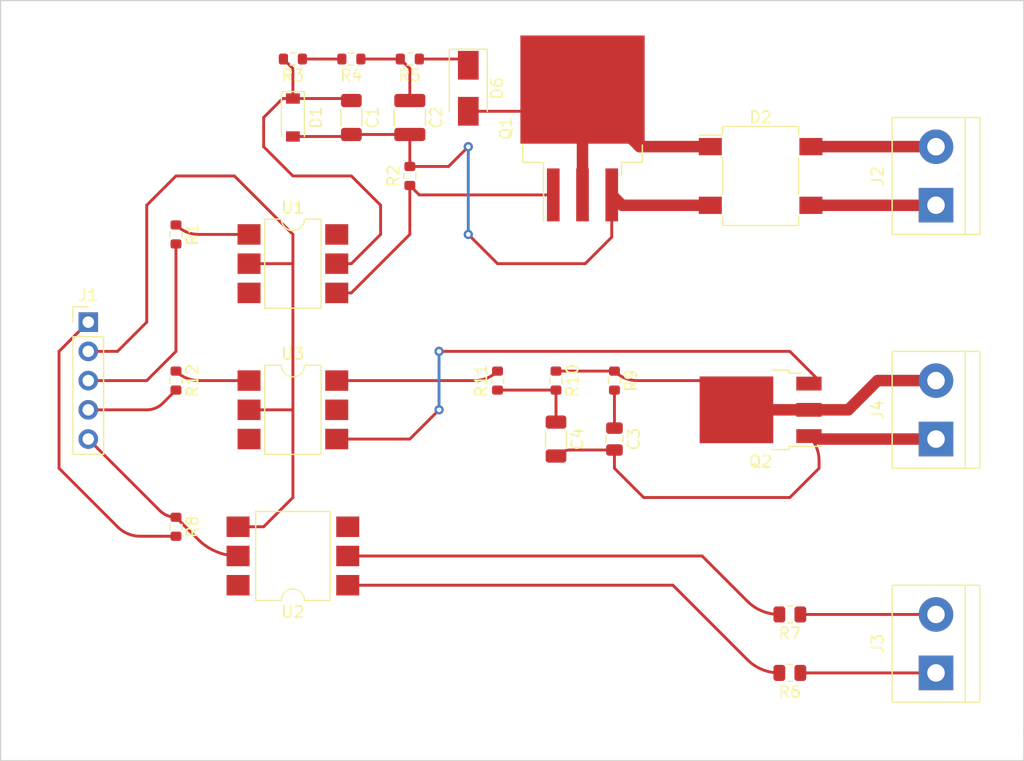
<source format=kicad_pcb>
(kicad_pcb (version 20211014) (generator pcbnew)
  (layers (0 "F.Cu" signal) (31 "B.Cu" signal) (34 "B.Paste" user) (35 "F.Paste" user) (36 "B.SilkS" user "B.Silkscreen") (37 "F.SilkS" user "F.Silkscreen") (38 "B.Mask" user) (39 "F.Mask" user) (44 "Edge.Cuts" user))
  (net 0 "")
  (net 1 "Net-(C1-Pad1)")
  (net 2 "Net-(C1-Pad2)")
  (net 3 "Net-(C2-Pad1)")
  (net 4 "Net-(C3-Pad1)")
  (net 5 "Net-(C3-Pad2)")
  (net 6 "Net-(C4-Pad1)")
  (net 7 "Net-(D2-Pad1)")
  (net 8 "Net-(D6-Pad1)")
  (net 9 "+3V3")
  (net 10 "GND")
  (net 11 "Net-(J1-Pad3)")
  (net 12 "Net-(J1-Pad4)")
  (net 13 "Net-(J1-Pad5)")
  (net 14 "Net-(J3-Pad1)")
  (net 15 "Net-(J3-Pad2)")
  (net 16 "Net-(Q1-Pad1)")
  (net 17 "Net-(Q2-Pad3)")
  (net 18 "Net-(R1-Pad1)")
  (net 19 "Net-(R3-Pad1)")
  (net 20 "Net-(R6-Pad2)")
  (net 21 "Net-(R7-Pad2)")
  (net 22 "Net-(R11-Pad2)")
  (net 23 "Net-(R12-Pad1)")
  (net 30 "Net-(D2-Pad3)")
  (net 31 "Net-(D2-Pad4)")
  (net 32 "Net-(Q2-Pad2)")
  (footprint "Diode_SMD:D_SMA" (layer "F.Cu") (at 134.62 50.8 -90)
    (fp_text reference "D6" (at 0 -2.5 90) (layer "F.SilkS"))
    (fp_text value "1N4007")
    (fp_line (start -3.4 1.65) (end 2 1.65) (layer "F.SilkS") (width 0.12))
    (fp_line (start -3.4 -1.65) (end 2 -1.65) (layer "F.SilkS") (width 0.12))
    (fp_line (start -3.4 -1.65) (end -3.4 1.65) (layer "F.SilkS") (width 0.12))
    (pad "1" smd rect locked (at -2 0 270) (size 2.5 1.8) (layers "F.Cu" "F.Paste" "F.Mask") (net 8 "Net-(D6-Pad1)"))
    (pad "2" smd rect locked (at 2 0 270) (size 2.5 1.8) (layers "F.Cu" "F.Paste" "F.Mask") (net 7 "Net-(D2-Pad1)"))
  )
  (footprint "Package_DIP:SMDIP-6_W7.62mm" (layer "F.Cu") (at 119.38 78.74)
    (fp_text reference "U3" (at 0 -4.87) (layer "F.SilkS"))
    (fp_text value "MOC3021M")
    (fp_line (start 2.45 -3.87) (end 1 -3.87) (layer "F.SilkS") (width 0.12))
    (fp_line (start 2.45 3.87) (end 2.45 -3.87) (layer "F.SilkS") (width 0.12))
    (fp_line (start -2.45 -3.87) (end -2.45 3.87) (layer "F.SilkS") (width 0.12))
    (fp_line (start -2.45 3.87) (end 2.45 3.87) (layer "F.SilkS") (width 0.12))
    (fp_line (start -1 -3.87) (end -2.45 -3.87) (layer "F.SilkS") (width 0.12))
    (fp_arc (start 1 -3.87) (mid 0 -2.87) (end -1 -3.87) (layer "F.SilkS") (width 0.12))
    (pad "1" smd rect locked (at -3.81 -2.54) (size 2 1.78) (layers "F.Cu" "F.Paste" "F.Mask") (net 23 "Net-(R12-Pad1)"))
    (pad "2" smd rect locked (at -3.81 0) (size 2 1.78) (layers "F.Cu" "F.Paste" "F.Mask") (net 10 "GND"))
    (pad "3" smd rect locked (at -3.81 2.54) (size 2 1.78) (layers "F.Cu" "F.Paste" "F.Mask"))
    (pad "4" smd rect locked (at 3.81 2.54) (size 2 1.78) (layers "F.Cu" "F.Paste" "F.Mask") (net 17 "Net-(Q2-Pad3)"))
    (pad "5" smd rect locked (at 3.81 0) (size 2 1.78) (layers "F.Cu" "F.Paste" "F.Mask"))
    (pad "6" smd rect locked (at 3.81 -2.54) (size 2 1.78) (layers "F.Cu" "F.Paste" "F.Mask") (net 22 "Net-(R11-Pad2)"))
  )
  (footprint "Diode_SMD:D_SOD-123" (layer "F.Cu") (at 119.38 53.34 -90)
    (fp_text reference "D1" (at 0 -2 90) (layer "F.SilkS"))
    (fp_text value "10V/0.4W")
    (fp_line (start -2.25 1) (end 1.65 1) (layer "F.SilkS") (width 0.12))
    (fp_line (start -2.25 -1) (end -2.25 1) (layer "F.SilkS") (width 0.12))
    (fp_line (start -2.25 -1) (end 1.65 -1) (layer "F.SilkS") (width 0.12))
    (pad "1" smd rect locked (at -1.65 0 270) (size 0.9 1.2) (layers "F.Cu" "F.Paste" "F.Mask") (net 1 "Net-(C1-Pad1)"))
    (pad "2" smd rect locked (at 1.65 0 270) (size 0.9 1.2) (layers "F.Cu" "F.Paste" "F.Mask") (net 2 "Net-(C1-Pad2)"))
  )
  (footprint "Connector_PinHeader_2.54mm:PinHeader_1x05_P2.54mm_Vertical" (layer "F.Cu") (at 101.6 71.12)
    (fp_text reference "J1" (at 0 -2.33) (layer "F.SilkS"))
    (fp_text value "Conn_01x05_Male")
    (fp_line (start -1.33 -1.33) (end 0 -1.33) (layer "F.SilkS") (width 0.12))
    (fp_line (start 1.33 1.27) (end 1.33 11.49) (layer "F.SilkS") (width 0.12))
    (fp_line (start -1.33 0) (end -1.33 -1.33) (layer "F.SilkS") (width 0.12))
    (fp_line (start -1.33 11.49) (end 1.33 11.49) (layer "F.SilkS") (width 0.12))
    (fp_line (start -1.33 1.27) (end -1.33 11.49) (layer "F.SilkS") (width 0.12))
    (fp_line (start -1.33 1.27) (end 1.33 1.27) (layer "F.SilkS") (width 0.12))
    (pad "1" thru_hole rect locked (at 0 0) (size 1.7 1.7) (drill 1) (layers *.Cu *.Mask) (net 9 "+3V3"))
    (pad "2" thru_hole oval locked (at 0 2.54) (size 1.7 1.7) (drill 1) (layers *.Cu *.Mask) (net 10 "GND"))
    (pad "3" thru_hole oval locked (at 0 5.08) (size 1.7 1.7) (drill 1) (layers *.Cu *.Mask) (net 11 "Net-(J1-Pad3)"))
    (pad "4" thru_hole oval locked (at 0 7.62) (size 1.7 1.7) (drill 1) (layers *.Cu *.Mask) (net 12 "Net-(J1-Pad4)"))
    (pad "5" thru_hole oval locked (at 0 10.16) (size 1.7 1.7) (drill 1) (layers *.Cu *.Mask) (net 13 "Net-(J1-Pad5)"))
  )
  (footprint "Resistor_SMD:R_0603_1608Metric" (layer "F.Cu") (at 109.22 63.5 -90)
    (fp_text reference "R1" (at 0 -1.43 90) (layer "F.SilkS"))
    (fp_text value "330Ω")
    (fp_line (start -0.237258 0.5225) (end 0.237258 0.5225) (layer "F.SilkS") (width 0.12))
    (fp_line (start -0.237258 -0.5225) (end 0.237258 -0.5225) (layer "F.SilkS") (width 0.12))
    (pad "1" smd roundrect locked (at -0.825 0 270) (size 0.8 0.95) (layers "F.Cu" "F.Paste" "F.Mask") (net 18 "Net-(R1-Pad1)"))
    (pad "2" smd roundrect locked (at 0.825 0 270) (size 0.8 0.95) (layers "F.Cu" "F.Paste" "F.Mask") (net 11 "Net-(J1-Pad3)"))
  )
  (footprint "Resistor_SMD:R_0603_1608Metric" (layer "F.Cu") (at 119.38 48.26 180)
    (fp_text reference "R3" (at 0 -1.43) (layer "F.SilkS"))
    (fp_text value "33KΩ")
    (fp_line (start -0.237258 -0.5225) (end 0.237258 -0.5225) (layer "F.SilkS") (width 0.12))
    (fp_line (start -0.237258 0.5225) (end 0.237258 0.5225) (layer "F.SilkS") (width 0.12))
    (pad "1" smd roundrect locked (at -0.825 0 180) (size 0.8 0.95) (layers "F.Cu" "F.Paste" "F.Mask") (net 19 "Net-(R3-Pad1)"))
    (pad "2" smd roundrect locked (at 0.825 0 180) (size 0.8 0.95) (layers "F.Cu" "F.Paste" "F.Mask") (net 1 "Net-(C1-Pad1)"))
  )
  (footprint "Resistor_SMD:R_0603_1608Metric" (layer "F.Cu") (at 109.22 76.2 -90)
    (fp_text reference "R12" (at 0 -1.43 90) (layer "F.SilkS"))
    (fp_text value "220Ω")
    (fp_line (start -0.237258 -0.5225) (end 0.237258 -0.5225) (layer "F.SilkS") (width 0.12))
    (fp_line (start -0.237258 0.5225) (end 0.237258 0.5225) (layer "F.SilkS") (width 0.12))
    (pad "1" smd roundrect locked (at -0.825 0 270) (size 0.8 0.95) (layers "F.Cu" "F.Paste" "F.Mask") (net 23 "Net-(R12-Pad1)"))
    (pad "2" smd roundrect locked (at 0.825 0 270) (size 0.8 0.95) (layers "F.Cu" "F.Paste" "F.Mask") (net 12 "Net-(J1-Pad4)"))
  )
  (footprint "Package_DIP:SMDIP-6_W7.62mm" (layer "F.Cu") (at 119.38 66.04)
    (fp_text reference "U1" (at 0 -4.87) (layer "F.SilkS"))
    (fp_text value "4N35")
    (fp_line (start 2.45 3.87) (end 2.45 -3.87) (layer "F.SilkS") (width 0.12))
    (fp_line (start -1 -3.87) (end -2.45 -3.87) (layer "F.SilkS") (width 0.12))
    (fp_line (start -2.45 3.87) (end 2.45 3.87) (layer "F.SilkS") (width 0.12))
    (fp_line (start 2.45 -3.87) (end 1 -3.87) (layer "F.SilkS") (width 0.12))
    (fp_line (start -2.45 -3.87) (end -2.45 3.87) (layer "F.SilkS") (width 0.12))
    (fp_arc (start 1 -3.87) (mid 0 -2.87) (end -1 -3.87) (layer "F.SilkS") (width 0.12))
    (pad "1" smd rect locked (at -3.81 -2.54) (size 2 1.78) (layers "F.Cu" "F.Paste" "F.Mask") (net 18 "Net-(R1-Pad1)"))
    (pad "2" smd rect locked (at -3.81 0) (size 2 1.78) (layers "F.Cu" "F.Paste" "F.Mask") (net 10 "GND"))
    (pad "3" smd rect locked (at -3.81 2.54) (size 2 1.78) (layers "F.Cu" "F.Paste" "F.Mask"))
    (pad "4" smd rect locked (at 3.81 2.54) (size 2 1.78) (layers "F.Cu" "F.Paste" "F.Mask") (net 16 "Net-(Q1-Pad1)"))
    (pad "5" smd rect locked (at 3.81 0) (size 2 1.78) (layers "F.Cu" "F.Paste" "F.Mask") (net 1 "Net-(C1-Pad1)"))
    (pad "6" smd rect locked (at 3.81 -2.54) (size 2 1.78) (layers "F.Cu" "F.Paste" "F.Mask"))
  )
  (footprint "Capacitor_SMD:C_0805_2012Metric" (layer "F.Cu") (at 147.32 81.28 -90)
    (fp_text reference "C3" (at 0 -1.68 90) (layer "F.SilkS"))
    (fp_text value "10nF")
    (fp_line (start -0.261252 -0.735) (end 0.261252 -0.735) (layer "F.SilkS") (width 0.12))
    (fp_line (start -0.261252 0.735) (end 0.261252 0.735) (layer "F.SilkS") (width 0.12))
    (pad "1" smd roundrect locked (at -0.95 0 270) (size 1 1.45) (layers "F.Cu" "F.Paste" "F.Mask") (net 4 "Net-(C3-Pad1)"))
    (pad "2" smd roundrect locked (at 0.95 0 270) (size 1 1.45) (layers "F.Cu" "F.Paste" "F.Mask") (net 5 "Net-(C3-Pad2)"))
  )
  (footprint "TerminalBlock:TerminalBlock_bornier-2_P5.08mm" (layer "F.Cu") (at 175.26 60.96 90)
    (fp_text reference "J2" (at 2.54 -5.08 90) (layer "F.SilkS"))
    (fp_text value "Screw_Terminal_01x02")
    (fp_line (start 7.62 2.54) (end -2.54 2.54) (layer "F.SilkS") (width 0.12))
    (fp_line (start 7.62 -3.81) (end -2.54 -3.81) (layer "F.SilkS") (width 0.12))
    (fp_line (start -2.54 3.81) (end 7.62 3.81) (layer "F.SilkS") (width 0.12))
    (fp_line (start -2.54 -3.81) (end -2.54 3.81) (layer "F.SilkS") (width 0.12))
    (fp_line (start 7.62 3.81) (end 7.62 -3.81) (layer "F.SilkS") (width 0.12))
    (pad "1" thru_hole rect locked (at 0 0 90) (size 3 3) (drill 1.52) (layers *.Cu *.Mask) (net 30 "Net-(D2-Pad3)"))
    (pad "2" thru_hole circle locked (at 5.08 0 90) (size 3 3) (drill 1.52) (layers *.Cu *.Mask) (net 31 "Net-(D2-Pad4)"))
  )
  (footprint "Capacitor_SMD:C_1206_3216Metric" (layer "F.Cu") (at 124.46 53.34 -90)
    (fp_text reference "C1" (at 0 -1.85 90) (layer "F.SilkS"))
    (fp_text value "2.2uF/63V")
    (fp_line (start -0.711252 -0.91) (end 0.711252 -0.91) (layer "F.SilkS") (width 0.12))
    (fp_line (start -0.711252 0.91) (end 0.711252 0.91) (layer "F.SilkS") (width 0.12))
    (pad "1" smd roundrect locked (at -1.475 0 270) (size 1.15 1.8) (layers "F.Cu" "F.Paste" "F.Mask") (roundrect_rratio 0.2173913043) (net 1 "Net-(C1-Pad1)"))
    (pad "2" smd roundrect locked (at 1.475 0 270) (size 1.15 1.8) (layers "F.Cu" "F.Paste" "F.Mask") (roundrect_rratio 0.2173913043) (net 2 "Net-(C1-Pad2)"))
  )
  (footprint "Capacitor_SMD:C_1210_3225Metric" (layer "F.Cu") (at 129.54 53.34 -90)
    (fp_text reference "C2" (at 0 -2.3 90) (layer "F.SilkS"))
    (fp_text value "220nF/275V")
    (fp_line (start -0.711252 -1.36) (end 0.711252 -1.36) (layer "F.SilkS") (width 0.12))
    (fp_line (start -0.711252 1.36) (end 0.711252 1.36) (layer "F.SilkS") (width 0.12))
    (pad "1" smd roundrect locked (at -1.475 0 270) (size 1.15 2.7) (layers "F.Cu" "F.Paste" "F.Mask") (roundrect_rratio 0.2173913043) (net 3 "Net-(C2-Pad1)"))
    (pad "2" smd roundrect locked (at 1.475 0 270) (size 1.15 2.7) (layers "F.Cu" "F.Paste" "F.Mask") (roundrect_rratio 0.2173913043) (net 2 "Net-(C1-Pad2)"))
  )
  (footprint "Resistor_SMD:R_0603_1608Metric" (layer "F.Cu") (at 147.32 76.2 -90)
    (fp_text reference "R9" (at 0 -1.43 90) (layer "F.SilkS"))
    (fp_text value "39Ω")
    (fp_line (start -0.237258 0.5225) (end 0.237258 0.5225) (layer "F.SilkS") (width 0.12))
    (fp_line (start -0.237258 -0.5225) (end 0.237258 -0.5225) (layer "F.SilkS") (width 0.12))
    (pad "1" smd roundrect locked (at -0.825 0 270) (size 0.8 0.95) (layers "F.Cu" "F.Paste" "F.Mask") (net 32 "Net-(Q2-Pad2)"))
    (pad "2" smd roundrect locked (at 0.825 0 270) (size 0.8 0.95) (layers "F.Cu" "F.Paste" "F.Mask") (net 4 "Net-(C3-Pad1)"))
  )
  (footprint "Resistor_SMD:R_0603_1608Metric" (layer "F.Cu") (at 129.54 48.26 180)
    (fp_text reference "R5" (at 0 -1.43) (layer "F.SilkS"))
    (fp_text value "220Ω")
    (fp_line (start -0.237258 -0.5225) (end 0.237258 -0.5225) (layer "F.SilkS") (width 0.12))
    (fp_line (start -0.237258 0.5225) (end 0.237258 0.5225) (layer "F.SilkS") (width 0.12))
    (pad "1" smd roundrect locked (at -0.825 0 180) (size 0.8 0.95) (layers "F.Cu" "F.Paste" "F.Mask") (net 8 "Net-(D6-Pad1)"))
    (pad "2" smd roundrect locked (at 0.825 0 180) (size 0.8 0.95) (layers "F.Cu" "F.Paste" "F.Mask") (net 3 "Net-(C2-Pad1)"))
  )
  (footprint "Package_TO_SOT_SMD:TO-252-3_TabPin2" (layer "F.Cu") (at 160.02 78.74 180)
    (fp_text reference "Q2" (at 0 -4.5) (layer "F.SilkS"))
    (fp_text value "BT136-600")
    (fp_line (start -2.47 3.18) (end -3.57 3.18) (layer "F.SilkS") (width 0.12))
    (fp_line (start -0.97 -3.45) (end -2.47 -3.45) (layer "F.SilkS") (width 0.12))
    (fp_line (start -2.47 -3.45) (end -2.47 -3.18) (layer "F.SilkS") (width 0.12))
    (fp_line (start -2.47 3.45) (end -2.47 3.18) (layer "F.SilkS") (width 0.12))
    (fp_line (start -2.47 -3.18) (end -5.3 -3.18) (layer "F.SilkS") (width 0.12))
    (fp_line (start -0.97 3.45) (end -2.47 3.45) (layer "F.SilkS") (width 0.12))
    (pad "1" smd rect locked (at -4.2 -2.28 180) (size 2.2 1.2) (layers "F.Cu" "F.Paste" "F.Mask") (net 5 "Net-(C3-Pad2)"))
    (pad "2" smd rect locked (at 2.1 0 180) (size 6.4 5.8) (layers "F.Cu" "F.Mask") (net 32 "Net-(Q2-Pad2)"))
    (pad "2" smd rect locked (at -4.2 0 180) (size 2.2 1.2) (layers "F.Cu" "F.Paste" "F.Mask") (net 32 "Net-(Q2-Pad2)"))
    (pad "3" smd rect locked (at -4.2 2.28 180) (size 2.2 1.2) (layers "F.Cu" "F.Paste" "F.Mask") (net 17 "Net-(Q2-Pad3)"))
  )
  (footprint "TerminalBlock:TerminalBlock_bornier-2_P5.08mm" (layer "F.Cu") (at 175.26 81.28 90)
    (fp_text reference "J4" (at 2.54 -5.08 90) (layer "F.SilkS"))
    (fp_text value "Screw_Terminal_01x02")
    (fp_line (start -2.54 -3.81) (end -2.54 3.81) (layer "F.SilkS") (width 0.12))
    (fp_line (start 7.62 -3.81) (end -2.54 -3.81) (layer "F.SilkS") (width 0.12))
    (fp_line (start 7.62 2.54) (end -2.54 2.54) (layer "F.SilkS") (width 0.12))
    (fp_line (start 7.62 3.81) (end 7.62 -3.81) (layer "F.SilkS") (width 0.12))
    (fp_line (start -2.54 3.81) (end 7.62 3.81) (layer "F.SilkS") (width 0.12))
    (pad "1" thru_hole rect locked (at 0 0 90) (size 3 3) (drill 1.52) (layers *.Cu *.Mask) (net 5 "Net-(C3-Pad2)"))
    (pad "2" thru_hole circle locked (at 5.08 0 90) (size 3 3) (drill 1.52) (layers *.Cu *.Mask) (net 32 "Net-(Q2-Pad2)"))
  )
  (footprint "Resistor_SMD:R_0603_1608Metric" (layer "F.Cu") (at 129.54 58.42 90)
    (fp_text reference "R2" (at 0 -1.43 90) (layer "F.SilkS"))
    (fp_text value "22KΩ")
    (fp_line (start -0.237258 0.5225) (end 0.237258 0.5225) (layer "F.SilkS") (width 0.12))
    (fp_line (start -0.237258 -0.5225) (end 0.237258 -0.5225) (layer "F.SilkS") (width 0.12))
    (pad "1" smd roundrect locked (at -0.825 0 90) (size 0.8 0.95) (layers "F.Cu" "F.Paste" "F.Mask") (net 16 "Net-(Q1-Pad1)"))
    (pad "2" smd roundrect locked (at 0.825 0 90) (size 0.8 0.95) (layers "F.Cu" "F.Paste" "F.Mask") (net 2 "Net-(C1-Pad2)"))
  )
  (footprint "TerminalBlock:TerminalBlock_bornier-2_P5.08mm" (layer "F.Cu") (at 175.26 101.6 90)
    (fp_text reference "J3" (at 2.54 -5.08 90) (layer "F.SilkS"))
    (fp_text value "Screw_Terminal_01x02")
    (fp_line (start 7.62 -3.81) (end -2.54 -3.81) (layer "F.SilkS") (width 0.12))
    (fp_line (start -2.54 -3.81) (end -2.54 3.81) (layer "F.SilkS") (width 0.12))
    (fp_line (start 7.62 3.81) (end 7.62 -3.81) (layer "F.SilkS") (width 0.12))
    (fp_line (start 7.62 2.54) (end -2.54 2.54) (layer "F.SilkS") (width 0.12))
    (fp_line (start -2.54 3.81) (end 7.62 3.81) (layer "F.SilkS") (width 0.12))
    (pad "1" thru_hole rect locked (at 0 0 90) (size 3 3) (drill 1.52) (layers *.Cu *.Mask) (net 14 "Net-(J3-Pad1)"))
    (pad "2" thru_hole circle locked (at 5.08 0 90) (size 3 3) (drill 1.52) (layers *.Cu *.Mask) (net 15 "Net-(J3-Pad2)"))
  )
  (footprint "Package_TO_SOT_SMD:TO-263-3_TabPin2" (layer "F.Cu") (at 144.545 54.29 90)
    (fp_text reference "Q1" (at 0 -6.65 90) (layer "F.SilkS"))
    (fp_text value "IRF830")
    (fp_line (start -2.95 3.39) (end -4.05 3.39) (layer "F.SilkS") (width 0.12))
    (fp_line (start -2.95 5.2) (end -2.95 3.39) (layer "F.SilkS") (width 0.12))
    (fp_line (start -1.45 -5.2) (end -2.95 -5.2) (layer "F.SilkS") (width 0.12))
    (fp_line (start -2.95 -5.2) (end -2.95 -3.39) (layer "F.SilkS") (width 0.12))
    (fp_line (start -1.45 5.2) (end -2.95 5.2) (layer "F.SilkS") (width 0.12))
    (fp_line (start -2.95 -3.39) (end -8.075 -3.39) (layer "F.SilkS") (width 0.12))
    (pad "1" smd rect locked (at -5.775 -2.54 90) (size 4.6 1.1) (layers "F.Cu" "F.Paste" "F.Mask") (net 16 "Net-(Q1-Pad1)"))
    (pad "2" smd rect locked (at 3.375 0 90) (size 9.4 10.8) (layers "F.Cu" "F.Mask") (net 7 "Net-(D2-Pad1)"))
    (pad "2" smd rect locked (at -5.775 0 90) (size 4.6 1.1) (layers "F.Cu" "F.Paste" "F.Mask") (net 7 "Net-(D2-Pad1)"))
    (pad "3" smd rect locked (at -5.775 2.54 90) (size 4.6 1.1) (layers "F.Cu" "F.Paste" "F.Mask") (net 2 "Net-(C1-Pad2)"))
  )
  (footprint "Resistor_SMD:R_0603_1608Metric" (layer "F.Cu") (at 109.22 88.9 -90)
    (fp_text reference "R8" (at 0 -1.43 90) (layer "F.SilkS"))
    (fp_text value "10KΩ")
    (fp_line (start -0.237258 0.5225) (end 0.237258 0.5225) (layer "F.SilkS") (width 0.12))
    (fp_line (start -0.237258 -0.5225) (end 0.237258 -0.5225) (layer "F.SilkS") (width 0.12))
    (pad "1" smd roundrect locked (at -0.825 0 270) (size 0.8 0.95) (layers "F.Cu" "F.Paste" "F.Mask") (net 13 "Net-(J1-Pad5)"))
    (pad "2" smd roundrect locked (at 0.825 0 270) (size 0.8 0.95) (layers "F.Cu" "F.Paste" "F.Mask") (net 9 "+3V3"))
  )
  (footprint "Resistor_SMD:R_0603_1608Metric" (layer "F.Cu") (at 142.24 76.2 -90)
    (fp_text reference "R10" (at 0 -1.43 90) (layer "F.SilkS"))
    (fp_text value "470Ω")
    (fp_line (start -0.237258 0.5225) (end 0.237258 0.5225) (layer "F.SilkS") (width 0.12))
    (fp_line (start -0.237258 -0.5225) (end 0.237258 -0.5225) (layer "F.SilkS") (width 0.12))
    (pad "1" smd roundrect locked (at -0.825 0 270) (size 0.8 0.95) (layers "F.Cu" "F.Paste" "F.Mask") (net 32 "Net-(Q2-Pad2)"))
    (pad "2" smd roundrect locked (at 0.825 0 270) (size 0.8 0.95) (layers "F.Cu" "F.Paste" "F.Mask") (net 6 "Net-(C4-Pad1)"))
  )
  (footprint "Package_DIP:SMDIP-6_W9.53mm" (layer "F.Cu") (at 119.38 91.44 180)
    (fp_text reference "U2" (at 0 -4.87) (layer "F.SilkS"))
    (fp_text value "H11AA1")
    (fp_line (start -3.235 -3.87) (end -3.235 3.87) (layer "F.SilkS") (width 0.12))
    (fp_line (start -3.235 3.87) (end 3.235 3.87) (layer "F.SilkS") (width 0.12))
    (fp_line (start 3.235 3.87) (end 3.235 -3.87) (layer "F.SilkS") (width 0.12))
    (fp_line (start 3.235 -3.87) (end 1 -3.87) (layer "F.SilkS") (width 0.12))
    (fp_line (start -1 -3.87) (end -3.235 -3.87) (layer "F.SilkS") (width 0.12))
    (fp_arc (start 1 -3.87) (mid 0 -2.87) (end -1 -3.87) (layer "F.SilkS") (width 0.12))
    (pad "1" smd rect locked (at -4.765 -2.54 180) (size 2 1.78) (layers "F.Cu" "F.Paste" "F.Mask") (net 20 "Net-(R6-Pad2)"))
    (pad "2" smd rect locked (at -4.765 0 180) (size 2 1.78) (layers "F.Cu" "F.Paste" "F.Mask") (net 21 "Net-(R7-Pad2)"))
    (pad "3" smd rect locked (at -4.765 2.54 180) (size 2 1.78) (layers "F.Cu" "F.Paste" "F.Mask"))
    (pad "4" smd rect locked (at 4.765 2.54 180) (size 2 1.78) (layers "F.Cu" "F.Paste" "F.Mask") (net 10 "GND"))
    (pad "5" smd rect locked (at 4.765 0 180) (size 2 1.78) (layers "F.Cu" "F.Paste" "F.Mask") (net 13 "Net-(J1-Pad5)"))
    (pad "6" smd rect locked (at 4.765 -2.54 180) (size 2 1.78) (layers "F.Cu" "F.Paste" "F.Mask"))
  )
  (footprint "Resistor_SMD:R_0603_1608Metric" (layer "F.Cu") (at 124.46 48.26 180)
    (fp_text reference "R4" (at 0 -1.43) (layer "F.SilkS"))
    (fp_text value "33KΩ")
    (fp_line (start -0.237258 -0.5225) (end 0.237258 -0.5225) (layer "F.SilkS") (width 0.12))
    (fp_line (start -0.237258 0.5225) (end 0.237258 0.5225) (layer "F.SilkS") (width 0.12))
    (pad "1" smd roundrect locked (at -0.825 0 180) (size 0.8 0.95) (layers "F.Cu" "F.Paste" "F.Mask") (net 3 "Net-(C2-Pad1)"))
    (pad "2" smd roundrect locked (at 0.825 0 180) (size 0.8 0.95) (layers "F.Cu" "F.Paste" "F.Mask") (net 19 "Net-(R3-Pad1)"))
  )
  (footprint "Resistor_SMD:R_0805_2012Metric" (layer "F.Cu") (at 162.56 101.6 180)
    (fp_text reference "R6" (at 0 -1.65) (layer "F.SilkS"))
    (fp_text value "33KΩ/0.5W")
    (fp_line (start -0.227064 0.735) (end 0.227064 0.735) (layer "F.SilkS") (width 0.12))
    (fp_line (start -0.227064 -0.735) (end 0.227064 -0.735) (layer "F.SilkS") (width 0.12))
    (pad "1" smd roundrect locked (at -0.9125 0 180) (size 1.025 1.4) (layers "F.Cu" "F.Paste" "F.Mask") (roundrect_rratio 0.243902439) (net 14 "Net-(J3-Pad1)"))
    (pad "2" smd roundrect locked (at 0.9125 0 180) (size 1.025 1.4) (layers "F.Cu" "F.Paste" "F.Mask") (roundrect_rratio 0.243902439) (net 20 "Net-(R6-Pad2)"))
  )
  (footprint "Capacitor_SMD:C_1206_3216Metric" (layer "F.Cu") (at 142.24 81.28 -90)
    (fp_text reference "C4" (at 0 -1.85 90) (layer "F.SilkS"))
    (fp_text value "47nF")
    (fp_line (start -0.711252 0.91) (end 0.711252 0.91) (layer "F.SilkS") (width 0.12))
    (fp_line (start -0.711252 -0.91) (end 0.711252 -0.91) (layer "F.SilkS") (width 0.12))
    (pad "1" smd roundrect locked (at -1.475 0 270) (size 1.15 1.8) (layers "F.Cu" "F.Paste" "F.Mask") (roundrect_rratio 0.2173913043) (net 6 "Net-(C4-Pad1)"))
    (pad "2" smd roundrect locked (at 1.475 0 270) (size 1.15 1.8) (layers "F.Cu" "F.Paste" "F.Mask") (roundrect_rratio 0.2173913043) (net 5 "Net-(C3-Pad2)"))
  )
  (footprint "Resistor_SMD:R_0805_2012Metric" (layer "F.Cu") (at 162.56 96.52 180)
    (fp_text reference "R7" (at 0 -1.65) (layer "F.SilkS"))
    (fp_text value "33KΩ/0.5W")
    (fp_line (start -0.227064 0.735) (end 0.227064 0.735) (layer "F.SilkS") (width 0.12))
    (fp_line (start -0.227064 -0.735) (end 0.227064 -0.735) (layer "F.SilkS") (width 0.12))
    (pad "1" smd roundrect locked (at -0.9125 0 180) (size 1.025 1.4) (layers "F.Cu" "F.Paste" "F.Mask") (roundrect_rratio 0.243902439) (net 15 "Net-(J3-Pad2)"))
    (pad "2" smd roundrect locked (at 0.9125 0 180) (size 1.025 1.4) (layers "F.Cu" "F.Paste" "F.Mask") (roundrect_rratio 0.243902439) (net 21 "Net-(R7-Pad2)"))
  )
  (footprint "Resistor_SMD:R_0603_1608Metric" (layer "F.Cu") (at 137.16 76.2 90)
    (fp_text reference "R11" (at 0 -1.43 90) (layer "F.SilkS"))
    (fp_text value "360Ω")
    (fp_line (start -0.237258 0.5225) (end 0.237258 0.5225) (layer "F.SilkS") (width 0.12))
    (fp_line (start -0.237258 -0.5225) (end 0.237258 -0.5225) (layer "F.SilkS") (width 0.12))
    (pad "1" smd roundrect locked (at -0.825 0 90) (size 0.8 0.95) (layers "F.Cu" "F.Paste" "F.Mask") (net 6 "Net-(C4-Pad1)"))
    (pad "2" smd roundrect locked (at 0.825 0 90) (size 0.8 0.95) (layers "F.Cu" "F.Paste" "F.Mask") (net 22 "Net-(R11-Pad2)"))
  )
  (footprint "Diode_SMD:Diode_Bridge_Diotec_SO-DIL-Slim" (layer "F.Cu") (at 160.02 58.42)
    (fp_text reference "D2" (at 0 -5.1) (layer "F.SilkS"))
    (fp_text value "4* 1N5408")
    (fp_line (start -5.334 -3.556) (end -5.334 -3.556) (layer "F.SilkS") (width 0.12))
    (fp_line (start 3.3 -1.6) (end 3.3 1.6) (layer "F.SilkS") (width 0.12))
    (fp_line (start 3.302 -3.556) (end 3.302 -4.318) (layer "F.SilkS") (width 0.12))
    (fp_line (start -3.3 4.3) (end 3.3 4.3) (layer "F.SilkS") (width 0.12))
    (fp_line (start -3.3 -1.6) (end -3.3 1.6) (layer "F.SilkS") (width 0.12))
    (fp_line (start -3.302 -3.556) (end -5.334 -3.556) (layer "F.SilkS") (width 0.12))
    (fp_line (start -3.3 3.5) (end -3.3 4.3) (layer "F.SilkS") (width 0.12))
    (fp_line (start 3.3 4.3) (end 3.3 3.5) (layer "F.SilkS") (width 0.12))
    (fp_line (start -3.3 -4.3) (end 3.3 -4.3) (layer "F.SilkS") (width 0.12))
    (fp_line (start -3.302 -4.318) (end -3.302 -3.556) (layer "F.SilkS") (width 0.12))
    (fp_line (start 3.302 -4.318) (end 3.302 -4.318) (layer "F.SilkS") (width 0.12))
    (pad "1" smd rect locked (at -4.37 -2.55) (size 2 1.5) (layers "F.Cu" "F.Paste" "F.Mask") (net 7 "Net-(D2-Pad1)"))
    (pad "2" smd rect locked (at -4.37 2.55) (size 2 1.5) (layers "F.Cu" "F.Paste" "F.Mask") (net 2 "Net-(C1-Pad2)"))
    (pad "3" smd rect locked (at 4.37 2.55) (size 2 1.5) (layers "F.Cu" "F.Paste" "F.Mask") (net 30 "Net-(D2-Pad3)"))
    (pad "4" smd rect locked (at 4.37 -2.55) (size 2 1.5) (layers "F.Cu" "F.Paste" "F.Mask") (net 31 "Net-(D2-Pad4)"))
  )
  (gr_line (start 182.88 43.18) (end 182.88 106.68) (layer "Edge.Cuts") (width 0.1))
  (gr_line (start 182.88 109.22) (end 96.52 109.22) (layer "Edge.Cuts") (width 0.1))
  (gr_line (start 96.52 43.18) (end 182.88 43.18) (layer "Edge.Cuts") (width 0.1))
  (gr_line (start 96.52 109.22) (end 93.98 109.22) (layer "Edge.Cuts") (width 0.1))
  (gr_line (start 93.98 43.18) (end 96.52 43.18) (layer "Edge.Cuts") (width 0.1))
  (gr_line (start 93.98 109.22) (end 93.98 43.18) (layer "Edge.Cuts") (width 0.1))
  (gr_line (start 182.88 106.68) (end 182.88 109.22) (layer "Edge.Cuts") (width 0.1))
  (segment (start 119.38 51.69) (end 118.49 51.69) (width 0.25) (layer "F.Cu") (net 1))
  (segment (start 124.285 51.69) (end 124.46 51.865) (width 0.25) (layer "F.Cu") (net 1))
  (segment (start 127 60.96) (end 127 63.5) (width 0.25) (layer "F.Cu") (net 1))
  (segment (start 124.46 66.04) (end 123.19 66.04) (width 0.25) (layer "F.Cu") (net 1))
  (segment (start 124.46 58.42) (end 127 60.96) (width 0.25) (layer "F.Cu") (net 1))
  (segment (start 127 63.5) (end 124.46 66.04) (width 0.25) (layer "F.Cu") (net 1))
  (segment (start 116.84 53.34) (end 116.84 55.88) (width 0.25) (layer "F.Cu") (net 1))
  (segment (start 119.38 58.42) (end 124.46 58.42) (width 0.25) (layer "F.Cu") (net 1))
  (segment (start 118.555 48.26) (end 119.38 49.085) (width 0.25) (layer "F.Cu") (net 1))
  (segment (start 119.38 49.085) (end 119.38 51.69) (width 0.25) (layer "F.Cu") (net 1))
  (segment (start 118.49 51.69) (end 116.84 53.34) (width 0.25) (layer "F.Cu") (net 1))
  (segment (start 116.84 55.88) (end 119.38 58.42) (width 0.25) (layer "F.Cu") (net 1))
  (segment (start 119.38 51.69) (end 124.285 51.69) (width 0.25) (layer "F.Cu") (net 1))
  (segment (start 124.285 54.99) (end 124.46 54.815) (width 0.25) (layer "F.Cu") (net 2))
  (segment (start 132.905 57.595) (end 134.62 55.88) (width 0.25) (layer "F.Cu") (net 2))
  (segment (start 134.62 63.5) (end 137.16 66.04) (width 0.25) (layer "F.Cu") (net 2))
  (segment (start 129.54 57.595) (end 132.905 57.595) (width 0.25) (layer "F.Cu") (net 2))
  (segment (start 124.46 54.815) (end 129.54 54.815) (width 0.25) (layer "F.Cu") (net 2))
  (segment (start 155.65 60.97) (end 147.99 60.97) (width 1) (layer "F.Cu") (net 2))
  (segment (start 147.085 63.735) (end 147.085 60.065) (width 0.25) (layer "F.Cu") (net 2))
  (segment (start 119.38 54.99) (end 124.285 54.99) (width 0.25) (layer "F.Cu") (net 2))
  (segment (start 137.16 66.04) (end 144.78 66.04) (width 0.25) (layer "F.Cu") (net 2))
  (segment (start 129.54 54.815) (end 129.54 57.595) (width 0.25) (layer "F.Cu") (net 2))
  (segment (start 147.99 60.97) (end 147.085 60.065) (width 1) (layer "F.Cu") (net 2))
  (segment (start 144.78 66.04) (end 147.085 63.735) (width 0.25) (layer "F.Cu") (net 2))
  (via (at 134.62 55.88) (size 0.8) (drill 0.4) (layers "F.Cu" "B.Cu") (net 2))
  (via (at 134.62 63.5) (size 0.8) (drill 0.4) (layers "F.Cu" "B.Cu") (net 2))
  (segment (start 134.62 55.88) (end 134.62 63.5) (width 0.25) (layer "B.Cu") (net 2))
  (segment (start 129.54 49.085) (end 129.54 51.865) (width 0.25) (layer "F.Cu") (net 3))
  (segment (start 128.715 48.26) (end 125.285 48.26) (width 0.25) (layer "F.Cu") (net 3))
  (segment (start 128.715 48.26) (end 129.54 49.085) (width 0.25) (layer "F.Cu") (net 3))
  (segment (start 147.32 77.025) (end 147.32 80.33) (width 0.25) (layer "F.Cu") (net 4))
  (segment (start 143.507462 82.23) (end 147.32 82.23) (width 0.25) (layer "F.Cu") (net 5))
  (segment (start 147.32 83.82) (end 149.86 86.36) (width 0.25) (layer "F.Cu") (net 5))
  (segment (start 162.56 86.36) (end 165.1 83.82) (width 0.25) (layer "F.Cu") (net 5))
  (segment (start 165.1 83.82) (end 165.1 83.144507) (width 0.25) (layer "F.Cu") (net 5))
  (segment (start 164.22 81.02) (end 164.472305 81.02) (width 0.25) (layer "F.Cu") (net 5))
  (segment (start 147.32 82.23) (end 147.32 83.82) (width 0.25) (layer "F.Cu") (net 5))
  (segment (start 149.86 86.36) (end 162.56 86.36) (width 0.25) (layer "F.Cu") (net 5))
  (segment (start 165.1 81.28) (end 175.26 81.28) (width 1) (layer "F.Cu") (net 5))
  (arc (start 164.472305 81.02) (mid 164.812011 81.087572) (end 165.1 81.28) (width 0.25) (layer "F.Cu") (net 5))
  (arc (start 142.24 82.755) (mid 142.821516 82.366443) (end 143.507462 82.23) (width 0.25) (layer "F.Cu") (net 5))
  (arc (start 165.1 83.144507) (mid 164.871296 81.994733) (end 164.22 81.02) (width 0.25) (layer "F.Cu") (net 5))
  (segment (start 142.24 77.025) (end 142.24 79.805) (width 0.25) (layer "F.Cu") (net 6))
  (segment (start 142.24 77.025) (end 137.16 77.025) (width 0.25) (layer "F.Cu") (net 6))
  (segment (start 144.545 60.065) (end 144.545 50.915) (width 1) (layer "F.Cu") (net 7))
  (segment (start 142.66 52.8) (end 144.545 50.915) (width 0.25) (layer "F.Cu") (net 7))
  (segment (start 134.62 52.8) (end 142.66 52.8) (width 0.25) (layer "F.Cu") (net 7))
  (segment (start 155.65 55.87) (end 149.5 55.87) (width 1) (layer "F.Cu") (net 7))
  (segment (start 149.5 55.87) (end 144.545 50.915) (width 1) (layer "F.Cu") (net 7))
  (segment (start 130.365 48.26) (end 134.62 48.26) (width 0.25) (layer "F.Cu") (net 8))
  (segment (start 134.62 48.26) (end 134.62 48.8) (width 0.25) (layer "F.Cu") (net 8))
  (segment (start 106.131726 89.725) (end 109.22 89.725) (width 0.25) (layer "F.Cu") (net 9))
  (segment (start 99.06 83.82) (end 104.14 88.9) (width 0.25) (layer "F.Cu") (net 9))
  (segment (start 99.06 73.66) (end 99.06 83.82) (width 0.25) (layer "F.Cu") (net 9))
  (segment (start 101.6 71.12) (end 99.06 73.66) (width 0.25) (layer "F.Cu") (net 9))
  (arc (start 104.14 88.9) (mid 105.053811 89.51059) (end 106.131726 89.725) (width 0.25) (layer "F.Cu") (net 9))
  (segment (start 104.14 73.66) (end 101.6 73.66) (width 0.25) (layer "F.Cu") (net 10))
  (segment (start 115.57 78.74) (end 119.38 78.74) (width 0.25) (layer "F.Cu") (net 10))
  (segment (start 119.38 63.5) (end 114.3 58.42) (width 0.25) (layer "F.Cu") (net 10))
  (segment (start 115.57 66.04) (end 119.38 66.04) (width 0.25) (layer "F.Cu") (net 10))
  (segment (start 106.68 71.12) (end 104.14 73.66) (width 0.25) (layer "F.Cu") (net 10))
  (segment (start 114.615 88.9) (end 116.84 88.9) (width 0.25) (layer "F.Cu") (net 10))
  (segment (start 114.3 58.42) (end 109.22 58.42) (width 0.25) (layer "F.Cu") (net 10))
  (segment (start 119.38 66.04) (end 119.38 63.5) (width 0.25) (layer "F.Cu") (net 10))
  (segment (start 119.38 66.04) (end 119.38 78.74) (width 0.25) (layer "F.Cu") (net 10))
  (segment (start 119.38 86.36) (end 119.38 78.74) (width 0.25) (layer "F.Cu") (net 10))
  (segment (start 109.22 58.42) (end 106.68 60.96) (width 0.25) (layer "F.Cu") (net 10))
  (segment (start 116.84 88.9) (end 119.38 86.36) (width 0.25) (layer "F.Cu") (net 10))
  (segment (start 106.68 60.96) (end 106.68 71.12) (width 0.25) (layer "F.Cu") (net 10))
  (segment (start 106.68 76.2) (end 101.6 76.2) (width 0.25) (layer "F.Cu") (net 11))
  (segment (start 109.22 64.325) (end 109.22 73.66) (width 0.25) (layer "F.Cu") (net 11))
  (segment (start 109.22 73.66) (end 106.68 76.2) (width 0.25) (layer "F.Cu") (net 11))
  (segment (start 109.22 77.025) (end 108.088363 78.156637) (width 0.25) (layer "F.Cu") (net 12))
  (segment (start 106.68 78.74) (end 101.6 78.74) (width 0.25) (layer "F.Cu") (net 12))
  (arc (start 108.088363 78.156637) (mid 107.442201 78.588389) (end 106.68 78.74) (width 0.25) (layer "F.Cu") (net 12))
  (segment (start 114.16548 91.44) (end 114.16548 91.626197) (width 0.25) (layer "F.Cu") (net 13))
  (segment (start 101.6 81.28) (end 107.811637 87.491637) (width 0.25) (layer "F.Cu") (net 13))
  (segment (start 109.22 88.075) (end 111.149573 90.004573) (width 0.25) (layer "F.Cu") (net 13))
  (segment (start 114.16548 91.626197) (end 114.297142 91.757859) (width 0.25) (layer "F.Cu") (net 13))
  (arc (start 107.811637 87.491637) (mid 108.457799 87.923389) (end 109.22 88.075) (width 0.25) (layer "F.Cu") (net 13))
  (arc (start 111.149573 90.004573) (mid 112.739524 91.066945) (end 114.615 91.44) (width 0.25) (layer "F.Cu") (net 13))
  (segment (start 175.26 101.6) (end 163.4725 101.6) (width 0.25) (layer "F.Cu") (net 14))
  (segment (start 175.26 96.52) (end 163.4725 96.52) (width 0.25) (layer "F.Cu") (net 15))
  (segment (start 129.54 59.245) (end 130.36 60.065) (width 0.25) (layer "F.Cu") (net 16))
  (segment (start 123.19 68.58) (end 124.46 68.58) (width 0.25) (layer "F.Cu") (net 16))
  (segment (start 129.54 63.5) (end 129.54 59.245) (width 0.25) (layer "F.Cu") (net 16))
  (segment (start 130.36 60.065) (end 142.005 60.065) (width 0.25) (layer "F.Cu") (net 16))
  (segment (start 124.46 68.58) (end 129.54 63.5) (width 0.25) (layer "F.Cu") (net 16))
  (segment (start 132.08 78.74) (end 129.54 81.28) (width 0.25) (layer "F.Cu") (net 17))
  (segment (start 164.472305 76.46) (end 164.22 76.46) (width 0.25) (layer "F.Cu") (net 17))
  (segment (start 162.56 73.66) (end 132.08 73.66) (width 0.25) (layer "F.Cu") (net 17))
  (segment (start 129.54 81.28) (end 123.19 81.28) (width 0.25) (layer "F.Cu") (net 17))
  (segment (start 162.56 73.66) (end 165.1 76.2) (width 0.25) (layer "F.Cu") (net 17))
  (via (at 132.08 78.74) (size 0.8) (drill 0.4) (layers "F.Cu" "B.Cu") (net 17))
  (via (at 132.08 73.66) (size 0.8) (drill 0.4) (layers "F.Cu" "B.Cu") (net 17))
  (arc (start 165.1 76.2) (mid 164.812011 76.392428) (end 164.472305 76.46) (width 0.25) (layer "F.Cu") (net 17))
  (segment (start 132.08 73.66) (end 132.08 78.74) (width 0.25) (layer "B.Cu") (net 17))
  (segment (start 115.57 63.5) (end 111.211726 63.5) (width 0.25) (layer "F.Cu") (net 18))
  (arc (start 111.211726 63.5) (mid 110.133812 63.28559) (end 109.22 62.675) (width 0.25) (layer "F.Cu") (net 18))
  (segment (start 120.205 48.26) (end 123.635 48.26) (width 0.25) (layer "F.Cu") (net 19))
  (segment (start 152.4 93.98) (end 158.869183 100.449184) (width 0.25) (layer "F.Cu") (net 20))
  (segment (start 152.4 93.98) (end 124.145 93.98) (width 0.25) (layer "F.Cu") (net 20))
  (arc (start 161.6475 101.6) (mid 160.143886 101.300913) (end 158.869183 100.449184) (width 0.25) (layer "F.Cu") (net 20))
  (segment (start 158.869183 95.369184) (end 154.94 91.44) (width 0.25) (layer "F.Cu") (net 21))
  (segment (start 154.94 91.44) (end 124.145 91.44) (width 0.25) (layer "F.Cu") (net 21))
  (arc (start 161.6475 96.52) (mid 160.143886 96.220913) (end 158.869183 95.369184) (width 0.25) (layer "F.Cu") (net 21))
  (segment (start 135.168274 76.2) (end 123.19 76.2) (width 0.25) (layer "F.Cu") (net 22))
  (arc (start 137.16 75.375) (mid 136.246188 75.985589) (end 135.168274 76.2) (width 0.25) (layer "F.Cu") (net 22))
  (segment (start 111.211726 76.2) (end 115.57 76.2) (width 0.25) (layer "F.Cu") (net 23))
  (arc (start 109.22 75.375) (mid 110.133811 75.98559) (end 111.211726 76.2) (width 0.25) (layer "F.Cu") (net 23))
  (segment (start 175.25 60.97) (end 175.26 60.96) (width 0.25) (layer "F.Cu") (net 30))
  (segment (start 164.39 60.97) (end 175.25 60.97) (width 1) (layer "F.Cu") (net 30))
  (segment (start 175.25 55.87) (end 175.26 55.88) (width 0.25) (layer "F.Cu") (net 31))
  (segment (start 164.39 55.87) (end 175.25 55.87) (width 1) (layer "F.Cu") (net 31))
  (segment (start 164.22 78.74) (end 167.64 78.74) (width 1) (layer "F.Cu") (net 32))
  (segment (start 149.311726 76.2) (end 154.94 76.2) (width 0.25) (layer "F.Cu") (net 32))
  (segment (start 170.18 76.2) (end 175.26 76.2) (width 1) (layer "F.Cu") (net 32))
  (segment (start 164.22 78.74) (end 157.92 78.74) (width 1) (layer "F.Cu") (net 32))
  (segment (start 142.24 75.375) (end 147.32 75.375) (width 0.25) (layer "F.Cu") (net 32))
  (segment (start 167.64 78.74) (end 170.18 76.2) (width 1) (layer "F.Cu") (net 32))
  (segment (start 155.691127 76.511127) (end 157.92 78.74) (width 0.25) (layer "F.Cu") (net 32))
  (arc (start 147.32 75.375) (mid 148.233811 75.98559) (end 149.311726 76.2) (width 0.25) (layer "F.Cu") (net 32))
  (arc (start 154.94 76.2) (mid 155.346507 76.280859) (end 155.691127 76.511127) (width 0.25) (layer "F.Cu") (net 32))
)
</source>
